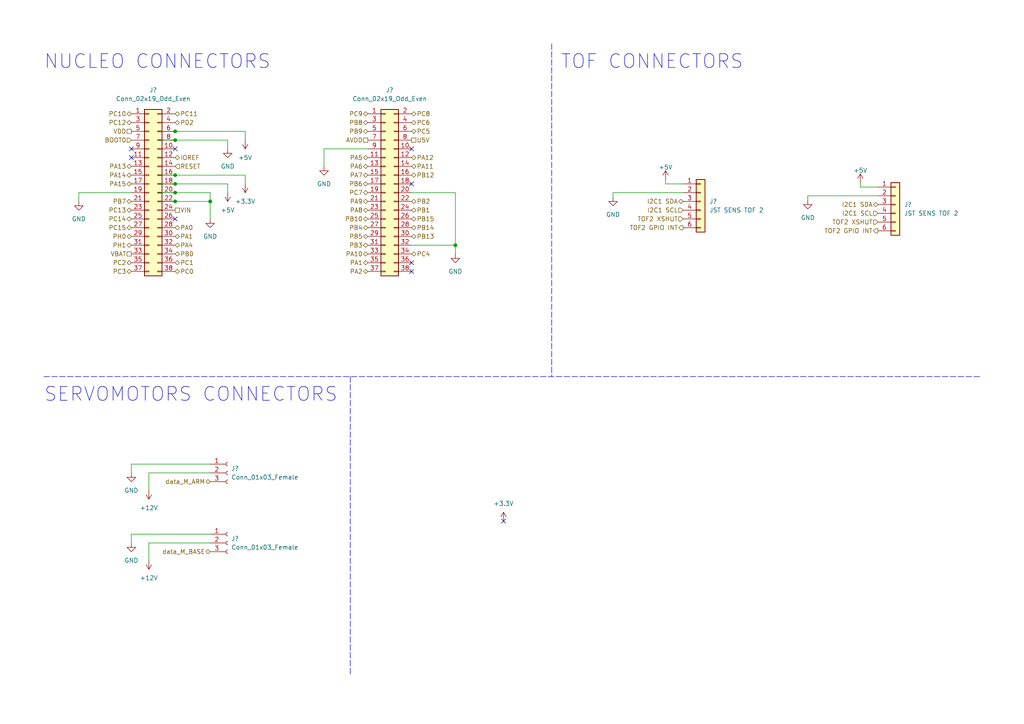
<source format=kicad_sch>
(kicad_sch (version 20211123) (generator eeschema)
  (paper "A4")
  (lib_symbols
    (symbol "+3.3V_1" (power) (pin_names (offset 0))
      (property "Value" "+3.3V_1" (at 0 3.556 0))
      (symbol "+3.3V_1_0_1"
        (polyline (pts (xy -0.762 1.27) (xy 0 2.54)))
        (polyline (pts (xy 0 0) (xy 0 2.54)))
        (polyline (pts (xy 0 2.54) (xy 0.762 1.27)))
      )
      (symbol "+3.3V_1_1_1"
        (pin power_in line (at 0 0 90) (length 0) hide (name "+3.3V") (number "1"))
      )
    )
    (symbol "Connector:Conn_01x03_Female" (pin_names (offset 1.016) hide)
      (property "Reference" "J" (at 0 5.08 0))
      (property "Value" "Conn_01x03_Female" (at 0 -5.08 0))
      (symbol "Conn_01x03_Female_1_1"
        (arc (start 0 -2.032) (mid -0.508 -2.54) (end 0 -3.048) (stroke (width 0.1524)))
        (polyline (pts (xy -1.27 -2.54) (xy -0.508 -2.54)) (stroke (width 0.1524)))
        (polyline (pts (xy -1.27 0) (xy -0.508 0)) (stroke (width 0.1524)))
        (polyline (pts (xy -1.27 2.54) (xy -0.508 2.54)) (stroke (width 0.1524)))
        (arc (start 0 0.508) (mid -0.508 0) (end 0 -0.508) (stroke (width 0.1524)))
        (arc (start 0 3.048) (mid -0.508 2.54) (end 0 2.032) (stroke (width 0.1524)))
        (pin passive line (at -5.08 2.54 0) (length 3.81) (name "Pin_1") (number "1"))
        (pin passive line (at -5.08 0 0) (length 3.81) (name "Pin_2") (number "2"))
        (pin passive line (at -5.08 -2.54 0) (length 3.81) (name "Pin_3") (number "3"))
      )
    )
    (symbol "Connector_Generic:Conn_01x06" (pin_names (offset 1.016) hide)
      (property "Reference" "J" (at 0 7.62 0))
      (property "Value" "Conn_01x06" (at 0 -10.16 0))
      (symbol "Conn_01x06_1_1"
        (rectangle (start -1.27 -7.493) (end 0 -7.747) (stroke (width 0.1524)))
        (rectangle (start -1.27 -4.953) (end 0 -5.207) (stroke (width 0.1524)))
        (rectangle (start -1.27 -2.413) (end 0 -2.667) (stroke (width 0.1524)))
        (rectangle (start -1.27 0.127) (end 0 -0.127) (stroke (width 0.1524)))
        (rectangle (start -1.27 2.667) (end 0 2.413) (stroke (width 0.1524)))
        (rectangle (start -1.27 5.207) (end 0 4.953) (stroke (width 0.1524)))
        (rectangle (start -1.27 6.35) (end 1.27 -8.89) (stroke (width 0.254)) (fill (type background)))
        (pin passive line (at -5.08 5.08 0) (length 3.81) (name "Pin_1") (number "1"))
        (pin passive line (at -5.08 2.54 0) (length 3.81) (name "Pin_2") (number "2"))
        (pin passive line (at -5.08 0 0) (length 3.81) (name "Pin_3") (number "3"))
        (pin passive line (at -5.08 -2.54 0) (length 3.81) (name "Pin_4") (number "4"))
        (pin passive line (at -5.08 -5.08 0) (length 3.81) (name "Pin_5") (number "5"))
        (pin passive line (at -5.08 -7.62 0) (length 3.81) (name "Pin_6") (number "6"))
      )
    )
    (symbol "Connector_Generic:Conn_02x19_Odd_Even" (pin_names (offset 1.016) hide)
      (property "Reference" "J" (at 1.27 25.4 0))
      (property "Value" "Conn_02x19_Odd_Even" (at 1.27 -25.4 0))
      (symbol "Conn_02x19_Odd_Even_1_1"
        (rectangle (start -1.27 -22.733) (end 0 -22.987) (stroke (width 0.1524)))
        (rectangle (start -1.27 -20.193) (end 0 -20.447) (stroke (width 0.1524)))
        (rectangle (start -1.27 -17.653) (end 0 -17.907) (stroke (width 0.1524)))
        (rectangle (start -1.27 -15.113) (end 0 -15.367) (stroke (width 0.1524)))
        (rectangle (start -1.27 -12.573) (end 0 -12.827) (stroke (width 0.1524)))
        (rectangle (start -1.27 -10.033) (end 0 -10.287) (stroke (width 0.1524)))
        (rectangle (start -1.27 -7.493) (end 0 -7.747) (stroke (width 0.1524)))
        (rectangle (start -1.27 -4.953) (end 0 -5.207) (stroke (width 0.1524)))
        (rectangle (start -1.27 -2.413) (end 0 -2.667) (stroke (width 0.1524)))
        (rectangle (start -1.27 0.127) (end 0 -0.127) (stroke (width 0.1524)))
        (rectangle (start -1.27 2.667) (end 0 2.413) (stroke (width 0.1524)))
        (rectangle (start -1.27 5.207) (end 0 4.953) (stroke (width 0.1524)))
        (rectangle (start -1.27 7.747) (end 0 7.493) (stroke (width 0.1524)))
        (rectangle (start -1.27 10.287) (end 0 10.033) (stroke (width 0.1524)))
        (rectangle (start -1.27 12.827) (end 0 12.573) (stroke (width 0.1524)))
        (rectangle (start -1.27 15.367) (end 0 15.113) (stroke (width 0.1524)))
        (rectangle (start -1.27 17.907) (end 0 17.653) (stroke (width 0.1524)))
        (rectangle (start -1.27 20.447) (end 0 20.193) (stroke (width 0.1524)))
        (rectangle (start -1.27 22.987) (end 0 22.733) (stroke (width 0.1524)))
        (rectangle (start -1.27 24.13) (end 3.81 -24.13) (stroke (width 0.254)) (fill (type background)))
        (rectangle (start 3.81 -22.733) (end 2.54 -22.987) (stroke (width 0.1524)))
        (rectangle (start 3.81 -20.193) (end 2.54 -20.447) (stroke (width 0.1524)))
        (rectangle (start 3.81 -17.653) (end 2.54 -17.907) (stroke (width 0.1524)))
        (rectangle (start 3.81 -15.113) (end 2.54 -15.367) (stroke (width 0.1524)))
        (rectangle (start 3.81 -12.573) (end 2.54 -12.827) (stroke (width 0.1524)))
        (rectangle (start 3.81 -10.033) (end 2.54 -10.287) (stroke (width 0.1524)))
        (rectangle (start 3.81 -7.493) (end 2.54 -7.747) (stroke (width 0.1524)))
        (rectangle (start 3.81 -4.953) (end 2.54 -5.207) (stroke (width 0.1524)))
        (rectangle (start 3.81 -2.413) (end 2.54 -2.667) (stroke (width 0.1524)))
        (rectangle (start 3.81 0.127) (end 2.54 -0.127) (stroke (width 0.1524)))
        (rectangle (start 3.81 2.667) (end 2.54 2.413) (stroke (width 0.1524)))
        (rectangle (start 3.81 5.207) (end 2.54 4.953) (stroke (width 0.1524)))
        (rectangle (start 3.81 7.747) (end 2.54 7.493) (stroke (width 0.1524)))
        (rectangle (start 3.81 10.287) (end 2.54 10.033) (stroke (width 0.1524)))
        (rectangle (start 3.81 12.827) (end 2.54 12.573) (stroke (width 0.1524)))
        (rectangle (start 3.81 15.367) (end 2.54 15.113) (stroke (width 0.1524)))
        (rectangle (start 3.81 17.907) (end 2.54 17.653) (stroke (width 0.1524)))
        (rectangle (start 3.81 20.447) (end 2.54 20.193) (stroke (width 0.1524)))
        (rectangle (start 3.81 22.987) (end 2.54 22.733) (stroke (width 0.1524)))
        (pin passive line (at -5.08 22.86 0) (length 3.81) (name "Pin_1") (number "1"))
        (pin passive line (at 7.62 12.7 180) (length 3.81) (name "Pin_10") (number "10"))
        (pin passive line (at -5.08 10.16 0) (length 3.81) (name "Pin_11") (number "11"))
        (pin passive line (at 7.62 10.16 180) (length 3.81) (name "Pin_12") (number "12"))
        (pin passive line (at -5.08 7.62 0) (length 3.81) (name "Pin_13") (number "13"))
        (pin passive line (at 7.62 7.62 180) (length 3.81) (name "Pin_14") (number "14"))
        (pin passive line (at -5.08 5.08 0) (length 3.81) (name "Pin_15") (number "15"))
        (pin passive line (at 7.62 5.08 180) (length 3.81) (name "Pin_16") (number "16"))
        (pin passive line (at -5.08 2.54 0) (length 3.81) (name "Pin_17") (number "17"))
        (pin passive line (at 7.62 2.54 180) (length 3.81) (name "Pin_18") (number "18"))
        (pin passive line (at -5.08 0 0) (length 3.81) (name "Pin_19") (number "19"))
        (pin passive line (at 7.62 22.86 180) (length 3.81) (name "Pin_2") (number "2"))
        (pin passive line (at 7.62 0 180) (length 3.81) (name "Pin_20") (number "20"))
        (pin passive line (at -5.08 -2.54 0) (length 3.81) (name "Pin_21") (number "21"))
        (pin passive line (at 7.62 -2.54 180) (length 3.81) (name "Pin_22") (number "22"))
        (pin passive line (at -5.08 -5.08 0) (length 3.81) (name "Pin_23") (number "23"))
        (pin passive line (at 7.62 -5.08 180) (length 3.81) (name "Pin_24") (number "24"))
        (pin passive line (at -5.08 -7.62 0) (length 3.81) (name "Pin_25") (number "25"))
        (pin passive line (at 7.62 -7.62 180) (length 3.81) (name "Pin_26") (number "26"))
        (pin passive line (at -5.08 -10.16 0) (length 3.81) (name "Pin_27") (number "27"))
        (pin passive line (at 7.62 -10.16 180) (length 3.81) (name "Pin_28") (number "28"))
        (pin passive line (at -5.08 -12.7 0) (length 3.81) (name "Pin_29") (number "29"))
        (pin passive line (at -5.08 20.32 0) (length 3.81) (name "Pin_3") (number "3"))
        (pin passive line (at 7.62 -12.7 180) (length 3.81) (name "Pin_30") (number "30"))
        (pin passive line (at -5.08 -15.24 0) (length 3.81) (name "Pin_31") (number "31"))
        (pin passive line (at 7.62 -15.24 180) (length 3.81) (name "Pin_32") (number "32"))
        (pin passive line (at -5.08 -17.78 0) (length 3.81) (name "Pin_33") (number "33"))
        (pin passive line (at 7.62 -17.78 180) (length 3.81) (name "Pin_34") (number "34"))
        (pin passive line (at -5.08 -20.32 0) (length 3.81) (name "Pin_35") (number "35"))
        (pin passive line (at 7.62 -20.32 180) (length 3.81) (name "Pin_36") (number "36"))
        (pin passive line (at -5.08 -22.86 0) (length 3.81) (name "Pin_37") (number "37"))
        (pin passive line (at 7.62 -22.86 180) (length 3.81) (name "Pin_38") (number "38"))
        (pin passive line (at 7.62 20.32 180) (length 3.81) (name "Pin_4") (number "4"))
        (pin passive line (at -5.08 17.78 0) (length 3.81) (name "Pin_5") (number "5"))
        (pin passive line (at 7.62 17.78 180) (length 3.81) (name "Pin_6") (number "6"))
        (pin passive line (at -5.08 15.24 0) (length 3.81) (name "Pin_7") (number "7"))
        (pin passive line (at 7.62 15.24 180) (length 3.81) (name "Pin_8") (number "8"))
        (pin passive line (at -5.08 12.7 0) (length 3.81) (name "Pin_9") (number "9"))
      )
    )
    (symbol "power:+12V" (power) (pin_names (offset 0))
      (property "Value" "+12V" (at 0 3.556 0))
      (symbol "+12V_0_1"
        (polyline (pts (xy -0.762 1.27) (xy 0 2.54)))
        (polyline (pts (xy 0 0) (xy 0 2.54)))
        (polyline (pts (xy 0 2.54) (xy 0.762 1.27)))
      )
      (symbol "+12V_1_1"
        (pin power_in line (at 0 0 90) (length 0) hide (name "+12V") (number "1"))
      )
    )
    (symbol "power:+3.3V" (power) (pin_names (offset 0))
      (property "Value" "+3.3V" (at 0 3.556 0))
      (symbol "+3.3V_0_1"
        (polyline (pts (xy -0.762 1.27) (xy 0 2.54)))
        (polyline (pts (xy 0 0) (xy 0 2.54)))
        (polyline (pts (xy 0 2.54) (xy 0.762 1.27)))
      )
      (symbol "+3.3V_1_1"
        (pin power_in line (at 0 0 90) (length 0) hide (name "+3.3V") (number "1"))
      )
    )
    (symbol "power:+5V" (power) (pin_names (offset 0))
      (property "Value" "+5V" (at 0 3.556 0))
      (symbol "+5V_0_1"
        (polyline (pts (xy -0.762 1.27) (xy 0 2.54)))
        (polyline (pts (xy 0 0) (xy 0 2.54)))
        (polyline (pts (xy 0 2.54) (xy 0.762 1.27)))
      )
      (symbol "+5V_1_1"
        (pin power_in line (at 0 0 90) (length 0) hide (name "+5V") (number "1"))
      )
    )
    (symbol "power:GND" (power) (pin_names (offset 0))
      (property "Value" "GND" (at 0 -3.81 0))
      (symbol "GND_0_1"
        (polyline (pts (xy 0 0) (xy 0 -1.27) (xy 1.27 -1.27) (xy 0 -2.54) (xy -1.27 -1.27) (xy 0 -1.27)))
      )
      (symbol "GND_1_1"
        (pin power_in line (at 0 0 270) (length 0) hide (name "GND") (number "1"))
      )
    )
  )
  (junction (at 50.8 38.1))
  (junction (at 50.8 55.88))
  (junction (at 50.8 58.42))
  (junction (at 50.8 53.34))
  (junction (at 132.08 71.12))
  (junction (at 50.8 50.8))
  (junction (at 60.96 58.42))
  (junction (at 50.8 40.64))
  (no_connect (at 119.38 78.74))
  (no_connect (at 38.1 43.18))
  (no_connect (at 38.1 45.72))
  (no_connect (at 50.8 43.18))
  (no_connect (at 146.05 151.13))
  (no_connect (at 119.38 76.2))
  (no_connect (at 50.8 63.5))
  (no_connect (at 119.38 43.18))
  (no_connect (at 119.38 53.34))
  (wire (pts (xy 43.18 162.56) (xy 43.18 157.48)))
  (wire (pts (xy 66.04 40.64) (xy 66.04 43.18)))
  (wire (pts (xy 45.72 38.1) (xy 50.8 38.1)))
  (wire (pts (xy 249.5296 54.2544) (xy 249.5296 52.9844)))
  (wire (pts (xy 38.1 134.62) (xy 38.1 137.16)))
  (wire (pts (xy 71.12 40.64) (xy 71.12 38.1)))
  (wire (pts (xy 38.1 157.48) (xy 38.1 154.94)))
  (wire (pts (xy 50.8 58.42) (xy 60.96 58.42)))
  (wire (pts (xy 38.1 154.94) (xy 60.96 154.94)))
  (wire (pts (xy 93.98 43.18) (xy 106.68 43.18)))
  (wire (pts (xy 50.8 55.88) (xy 60.96 55.88)))
  (wire (pts (xy 234.2896 56.7944) (xy 254.6096 56.7944)))
  (wire (pts (xy 43.18 157.48) (xy 60.96 157.48)))
  (wire (pts (xy 50.8 40.64) (xy 66.04 40.64)))
  (wire (pts (xy 119.38 71.12) (xy 132.08 71.12)))
  (wire (pts (xy 45.72 50.8) (xy 50.8 50.8)))
  (wire (pts (xy 50.8 50.8) (xy 71.12 50.8)))
  (wire (pts (xy 60.96 134.62) (xy 38.1 134.62)))
  (wire (pts (xy 234.2896 58.0644) (xy 234.2896 56.7944)))
  (wire (pts (xy 132.08 55.88) (xy 132.08 71.12)))
  (wire (pts (xy 22.86 58.42) (xy 22.86 55.88)))
  (wire (pts (xy 254.6096 54.2544) (xy 249.5296 54.2544)))
  (wire (pts (xy 45.72 55.88) (xy 50.8 55.88)))
  (wire (pts (xy 119.38 55.88) (xy 132.08 55.88)))
  (polyline (pts (xy 101.6 109.22) (xy 101.6 195.58)))
  (wire (pts (xy 45.72 40.64) (xy 50.8 40.64)))
  (wire (pts (xy 177.8 55.88) (xy 198.12 55.88)))
  (polyline (pts (xy 160.02 12.7) (xy 160.02 109.22)))
  (wire (pts (xy 22.86 55.88) (xy 38.1 55.88)))
  (wire (pts (xy 198.12 53.34) (xy 193.04 53.34)))
  (wire (pts (xy 43.18 142.24) (xy 43.18 137.16)))
  (wire (pts (xy 60.96 58.42) (xy 60.96 63.5)))
  (polyline (pts (xy 12.7 109.22) (xy 284.48 109.22)))
  (wire (pts (xy 66.04 53.34) (xy 66.04 55.88)))
  (wire (pts (xy 60.96 55.88) (xy 60.96 58.42)))
  (wire (pts (xy 50.8 38.1) (xy 71.12 38.1)))
  (wire (pts (xy 132.08 71.12) (xy 132.08 73.66)))
  (wire (pts (xy 177.8 57.15) (xy 177.8 55.88)))
  (wire (pts (xy 71.12 53.34) (xy 71.12 50.8)))
  (wire (pts (xy 45.72 53.34) (xy 50.8 53.34)))
  (wire (pts (xy 43.18 137.16) (xy 60.96 137.16)))
  (wire (pts (xy 193.04 53.34) (xy 193.04 52.07)))
  (wire (pts (xy 50.8 53.34) (xy 66.04 53.34)))
  (wire (pts (xy 93.98 48.26) (xy 93.98 43.18)))
  (wire (pts (xy 45.72 58.42) (xy 50.8 58.42)))
  (text "TOF CONNECTORS\n" (at 162.56 20.32 0) (effects (font (size 4 4)) (justify left bottom)))
  (text "SERVOMOTORS CONNECTORS\n" (at 12.7 116.84 0) (effects (font (size 4 4)) (justify left bottom)))
  (text "NUCLEO CONNECTORS" (at 12.7 20.32 0) (effects (font (size 4 4)) (justify left bottom)))
  (hierarchical_label "PA4" (shape bidirectional) (at 50.8 71.12 0))
  (hierarchical_label "PB12" (shape bidirectional) (at 119.38 50.8 0))
  (hierarchical_label "VIN" (shape passive) (at 50.8 60.96 0))
  (hierarchical_label "PC8" (shape bidirectional) (at 119.38 33.02 0))
  (hierarchical_label "PA8" (shape bidirectional) (at 106.68 60.96 180))
  (hierarchical_label "data_M_ARM" (shape bidirectional) (at 60.96 139.7 180))
  (hierarchical_label "PA9" (shape bidirectional) (at 106.68 58.42 180))
  (hierarchical_label "PB1" (shape bidirectional) (at 119.38 60.96 0))
  (hierarchical_label "PC15" (shape bidirectional) (at 38.1 66.04 180))
  (hierarchical_label "PB3" (shape bidirectional) (at 106.68 71.12 180))
  (hierarchical_label "PB0" (shape bidirectional) (at 50.8 73.66 0))
  (hierarchical_label "PA2" (shape bidirectional) (at 106.68 78.74 180))
  (hierarchical_label "PC13" (shape bidirectional) (at 38.1 60.96 180))
  (hierarchical_label "PA7" (shape bidirectional) (at 106.68 50.8 180))
  (hierarchical_label "PA6" (shape bidirectional) (at 106.68 48.26 180))
  (hierarchical_label "TOF2 XSHUT" (shape input) (at 254.6096 64.4144 180))
  (hierarchical_label "I2C1 SDA" (shape bidirectional) (at 254.6096 59.3344 180))
  (hierarchical_label "PH0" (shape bidirectional) (at 38.1 68.58 180))
  (hierarchical_label "PB2" (shape bidirectional) (at 119.38 58.42 0))
  (hierarchical_label "PC0" (shape bidirectional) (at 50.8 78.74 0))
  (hierarchical_label "PC14" (shape bidirectional) (at 38.1 63.5 180))
  (hierarchical_label "VBAT" (shape passive) (at 38.1 73.66 180))
  (hierarchical_label "PB4" (shape bidirectional) (at 106.68 66.04 180))
  (hierarchical_label "PB5" (shape bidirectional) (at 106.68 68.58 180))
  (hierarchical_label "PC1" (shape bidirectional) (at 50.8 76.2 0))
  (hierarchical_label "PC9" (shape bidirectional) (at 106.68 33.02 180))
  (hierarchical_label "VDD" (shape passive) (at 38.1 38.1 180))
  (hierarchical_label "PA10" (shape bidirectional) (at 106.68 73.66 180))
  (hierarchical_label "AVDD" (shape passive) (at 106.68 40.64 180))
  (hierarchical_label "TOF2 XSHUT" (shape input) (at 198.12 63.5 180))
  (hierarchical_label "PB6" (shape bidirectional) (at 106.68 53.34 180))
  (hierarchical_label "PA11" (shape bidirectional) (at 119.38 48.26 0))
  (hierarchical_label "PA5" (shape bidirectional) (at 106.68 45.72 180))
  (hierarchical_label "PA13" (shape bidirectional) (at 38.1 48.26 180))
  (hierarchical_label "BOOT0" (shape input) (at 38.1 40.64 180))
  (hierarchical_label "PC5" (shape bidirectional) (at 119.38 38.1 0))
  (hierarchical_label "PB7" (shape bidirectional) (at 38.1 58.42 180))
  (hierarchical_label "PC2" (shape bidirectional) (at 38.1 76.2 180))
  (hierarchical_label "PH1" (shape bidirectional) (at 38.1 71.12 180))
  (hierarchical_label "PD2" (shape bidirectional) (at 50.8 35.56 0))
  (hierarchical_label "PA1" (shape bidirectional) (at 106.68 76.2 180))
  (hierarchical_label "PC6" (shape bidirectional) (at 119.38 35.56 0))
  (hierarchical_label "PA0" (shape bidirectional) (at 50.8 66.04 0))
  (hierarchical_label "I2C1 SDA" (shape bidirectional) (at 198.12 58.42 180))
  (hierarchical_label "PB9" (shape bidirectional) (at 106.68 38.1 180))
  (hierarchical_label "I2C1 SCL" (shape input) (at 198.12 60.96 180))
  (hierarchical_label "PA15" (shape bidirectional) (at 38.1 53.34 180))
  (hierarchical_label "U5V" (shape passive) (at 119.38 40.64 0))
  (hierarchical_label "TOF2 GPIO INT" (shape output) (at 254.6096 66.9544 180))
  (hierarchical_label "TOF2 GPIO INT" (shape output) (at 198.12 66.04 180))
  (hierarchical_label "PC7" (shape bidirectional) (at 106.68 55.88 180))
  (hierarchical_label "PB10" (shape bidirectional) (at 106.68 63.5 180))
  (hierarchical_label "PC4" (shape bidirectional) (at 119.38 73.66 0))
  (hierarchical_label "PA12" (shape bidirectional) (at 119.38 45.72 0))
  (hierarchical_label "I2C1 SCL" (shape input) (at 254.6096 61.8744 180))
  (hierarchical_label "PA14" (shape bidirectional) (at 38.1 50.8 180))
  (hierarchical_label "PB14" (shape bidirectional) (at 119.38 66.04 0))
  (hierarchical_label "PC10" (shape bidirectional) (at 38.1 33.02 180))
  (hierarchical_label "PC12" (shape bidirectional) (at 38.1 35.56 180))
  (hierarchical_label "data_M_BASE" (shape bidirectional) (at 60.96 160.02 180))
  (hierarchical_label "RESET" (shape input) (at 50.8 48.26 0))
  (hierarchical_label "PC11" (shape bidirectional) (at 50.8 33.02 0))
  (hierarchical_label "PB13" (shape bidirectional) (at 119.38 68.58 0))
  (hierarchical_label "IOREF" (shape bidirectional) (at 50.8 45.72 0))
  (hierarchical_label "PB15" (shape bidirectional) (at 119.38 63.5 0))
  (hierarchical_label "PB8" (shape bidirectional) (at 106.68 35.56 180))
  (hierarchical_label "PC3" (shape bidirectional) (at 38.1 78.74 180))
  (hierarchical_label "PA1" (shape bidirectional) (at 50.8 68.58 0))
  (symbol (lib_id "power:+5V") (at 71.12 40.64 180) (unit 1)
    (property "Reference" "#PWR?" (effects hide))
    (property "Value" "+5V" (at 71.12 45.72 0))
  )
  (symbol (lib_id "power:GND") (at 66.04 43.18 0) (unit 1)
    (property "Reference" "#PWR?" (effects hide))
    (property "Value" "GND" (at 66.04 48.26 0))
  )
  (symbol (lib_id "Connector:Conn_01x03_Female") (at 66.04 157.48 0) (unit 1)
    (property "Reference" "J?" (at 67.056 156.2099 0) (effects (justify left)))
    (property "Value" "Conn_01x03_Female" (at 67.056 158.7499 0) (effects (justify left)))
  )
  (symbol (lib_id "power:GND") (at 38.1 137.16 0) (unit 1)
    (property "Reference" "#PWR?" (effects hide))
    (property "Value" "GND" (at 38.1 142.24 0))
  )
  (symbol (lib_id "power:GND") (at 38.1 157.48 0) (unit 1)
    (property "Reference" "#PWR?" (effects hide))
    (property "Value" "GND" (at 38.1 162.56 0))
  )
  (symbol (lib_id "power:+5V") (at 249.5296 52.9844 0) (unit 1)
    (property "Reference" "#PWR?" (effects hide))
    (property "Value" "+5V" (at 249.5296 49.4284 0))
  )
  (symbol (lib_id "power:+12V") (at 43.18 162.56 180) (unit 1)
    (property "Reference" "#PWR?" (effects hide))
    (property "Value" "+12V" (at 43.18 167.64 0))
  )
  (symbol (lib_id "power:GND") (at 93.98 48.26 0) (unit 1)
    (property "Reference" "#PWR?" (effects hide))
    (property "Value" "GND" (at 93.98 53.34 0))
  )
  (symbol (lib_id "power:+3.3V") (at 71.12 53.34 180) (unit 1)
    (property "Reference" "#PWR?" (effects hide))
    (property "Value" "+3.3V" (at 71.12 58.42 0))
  )
  (symbol (lib_id "power:GND") (at 60.96 63.5 0) (unit 1)
    (property "Reference" "#PWR?" (effects hide))
    (property "Value" "GND" (at 60.96 68.58 0))
  )
  (symbol (lib_id "Connector_Generic:Conn_02x19_Odd_Even") (at 111.76 55.88 0) (unit 1)
    (property "Reference" "J?" (at 113.03 26.1112 0))
    (property "Value" "Conn_02x19_Odd_Even" (at 113.03 28.6512 0))
  )
  (symbol (lib_id "Connector_Generic:Conn_01x06") (at 203.2 58.42 0) (unit 1)
    (property "Reference" "J?" (at 205.74 58.4199 0) (effects (justify left)))
    (property "Value" "JST SENS TOF 2" (at 205.74 60.9599 0) (effects (justify left)))
    (property "Footprint" "Connector_JST:JST_XH_B6B-XH-A_1x06_P2.50mm_Vertical" (effects hide))
  )
  (symbol (lib_id "Connector_Generic:Conn_01x06") (at 259.6896 59.3344 0) (unit 1)
    (property "Reference" "J?" (at 262.2296 59.3343 0) (effects (justify left)))
    (property "Value" "JST SENS TOF 2" (at 262.2296 61.8743 0) (effects (justify left)))
    (property "Footprint" "Connector_JST:JST_XH_B6B-XH-A_1x06_P2.50mm_Vertical" (effects hide))
  )
  (symbol (lib_id "Connector_Generic:Conn_02x19_Odd_Even") (at 43.18 55.88 0) (unit 1)
    (property "Reference" "J?" (at 44.45 26.1112 0))
    (property "Value" "Conn_02x19_Odd_Even" (at 44.45 28.6512 0))
  )
  (symbol (lib_id "power:GND") (at 177.8 57.15 0) (unit 1)
    (property "Reference" "#PWR?" (effects hide))
    (property "Value" "GND" (at 177.8 62.23 0))
  )
  (symbol (lib_id "power:+12V") (at 43.18 142.24 180) (unit 1)
    (property "Reference" "#PWR?" (effects hide))
    (property "Value" "+12V" (at 43.18 147.32 0))
  )
  (symbol (lib_id "power:GND") (at 234.2896 58.0644 0) (unit 1)
    (property "Reference" "#PWR?" (effects hide))
    (property "Value" "GND" (at 234.2896 63.1444 0))
  )
  (symbol (lib_id "power:+5V") (at 66.04 55.88 180) (unit 1)
    (property "Reference" "#PWR?" (effects hide))
    (property "Value" "+5V" (at 66.04 60.96 0))
  )
  (symbol (lib_id "power:GND") (at 132.08 73.66 0) (unit 1)
    (property "Reference" "#PWR?" (effects hide))
    (property "Value" "GND" (at 132.08 78.74 0))
  )
  (symbol (lib_id "Connector:Conn_01x03_Female") (at 66.04 137.16 0) (unit 1)
    (property "Reference" "J?" (at 67.056 135.8899 0) (effects (justify left)))
    (property "Value" "Conn_01x03_Female" (at 67.056 138.4299 0) (effects (justify left)))
  )
  (symbol (lib_name "+3.3V_1") (lib_id "power:+3.3V") (at 146.05 151.13 0) (mirror y) (unit 1)
    (property "Reference" "#PWR?" (effects hide))
    (property "Value" "+3.3V" (at 146.05 146.05 0))
  )
  (symbol (lib_id "power:+5V") (at 193.04 52.07 0) (unit 1)
    (property "Reference" "#PWR?" (effects hide))
    (property "Value" "+5V" (at 193.04 48.514 0))
  )
  (symbol (lib_id "power:GND") (at 22.86 58.42 0) (unit 1)
    (property "Reference" "#PWR?" (effects hide))
    (property "Value" "GND" (at 22.86 63.5 0))
  )
)
</source>
